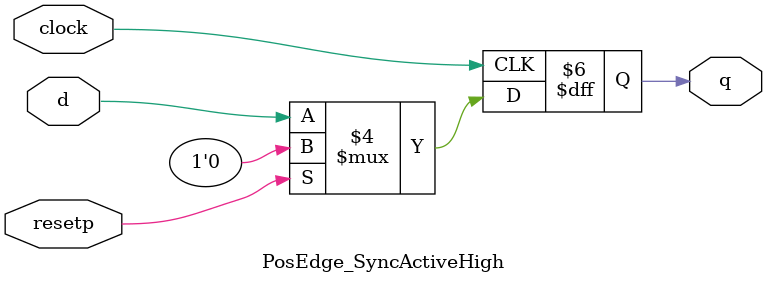
<source format=v>
`timescale 1ns / 1ps
`default_nettype none

module top(SW, LEDR); 
	input[9:0]SW;
	output[9:0]LEDR;

	PosEdge_SyncActiveHigh u0(SW[0], SW[9], SW[1], LEDR[0]);

endmodule

module PosEdge_SyncActiveHigh(d, clock, resetp, q);
    input d, clock, resetp;
    output reg q;
	 
    always@(posedge clock) 
        begin
            if (resetp == 1'b1)
                q <= 0; 
            else
                q <= d;
        end
endmodule

</source>
